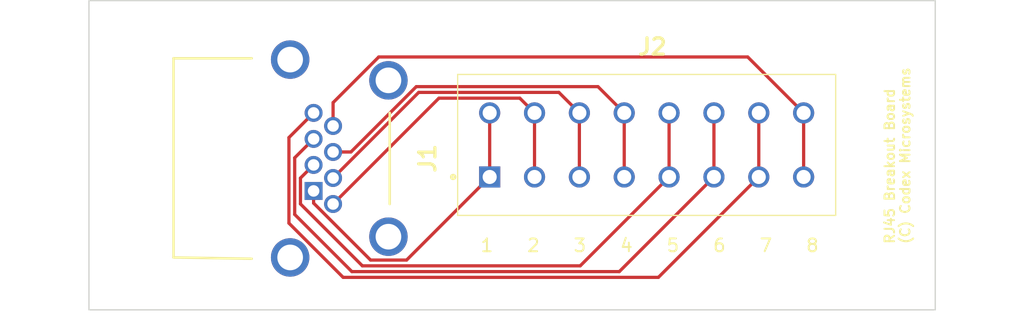
<source format=kicad_pcb>
(kicad_pcb (version 20221018) (generator pcbnew)
  (title_block (title "RJ45 Breakout Board") (date "2023-11-08") (rev "0.1.0") (company "Codex Microsystems"))
  (layers (0 "F.Cu" signal) (31 "B.Cu" signal) (34 "B.Paste" user) (35 "F.Paste" user) (36 "B.SilkS" user "B.Silkscreen") (37 "F.SilkS" user "F.Silkscreen") (38 "B.Mask" user) (39 "F.Mask" user) (44 "Edge.Cuts" user))
  (net 0 "")
  (net 1 "Net-(J2-1.1)")
  (net 2 "Net-(J2-2.1)")
  (net 3 "Net-(J2-3.1)")
  (net 4 "Net-(J2-4.1)")
  (net 9 "Net-(J2-5.1)")
  (net 10 "Net-(J2-6.1)")
  (net 11 "Net-(J2-7.1)")
  (net 12 "Net-(J2-8.1)")
  (footprint "Connector_Phoenix:1091946" (layer "F.Cu") (at 63.25 75.81 -90)
    (fp_text reference "J1" (at -2.54 -8.89 90) (layer "F.SilkS") (effects (font (size 1.27 1.27) (thickness 0.254))))
    (fp_text value "1091946" hide)
    (fp_line (start -10.35 4.83) (end -10.35 10.93) (stroke (width 0.2)) (layer "F.SilkS"))
    (fp_line (start -10.35 10.93) (end 5.19 10.93) (stroke (width 0.2)) (layer "F.SilkS"))
    (fp_line (start -6.09 -5.94) (end 1.02 -5.94) (stroke (width 0.2)) (layer "F.SilkS"))
    (fp_line (start 5.19 10.93) (end 5.29 4.83) (stroke (width 0.2)) (layer "F.SilkS"))
    (pad "" np_thru_hole circle (at -8.5 4.83 270) (size 3.22 3.22) (drill 3.22) (layers "*.Cu" "*.Mask"))
    (pad "" np_thru_hole circle (at 3.44 4.83 270) (size 3.22 3.22) (drill 3.22) (layers "*.Cu" "*.Mask"))
    (pad "1" thru_hole rect (at 0 0 270) (size 1.4 1.4) (drill 0.9) (layers "*.Cu" "*.Mask") (net 1 "Net-(J2-1.1)"))
    (pad "2" thru_hole circle (at 1.02 -1.52 270) (size 1.4 1.4) (drill 0.9) (layers "*.Cu" "*.Mask") (net 2 "Net-(J2-2.1)"))
    (pad "3" thru_hole circle (at -1.01 -1.52 270) (size 1.4 1.4) (drill 0.9) (layers "*.Cu" "*.Mask") (net 3 "Net-(J2-3.1)"))
    (pad "4" thru_hole circle (at -3.04 -1.52 270) (size 1.4 1.4) (drill 0.9) (layers "*.Cu" "*.Mask") (net 4 "Net-(J2-4.1)"))
    (pad "5" thru_hole circle (at -2.03 0 270) (size 1.4 1.4) (drill 0.9) (layers "*.Cu" "*.Mask") (net 9 "Net-(J2-5.1)"))
    (pad "6" thru_hole circle (at -4.06 0 270) (size 1.4 1.4) (drill 0.9) (layers "*.Cu" "*.Mask") (net 10 "Net-(J2-6.1)"))
    (pad "7" thru_hole circle (at -6.09 0 270) (size 1.4 1.4) (drill 0.9) (layers "*.Cu" "*.Mask") (net 11 "Net-(J2-7.1)"))
    (pad "8" thru_hole circle (at -5.07 -1.52 270) (size 1.4 1.4) (drill 0.9) (layers "*.Cu" "*.Mask") (net 12 "Net-(J2-8.1)"))
    (pad "MH1" thru_hole circle (at 5.19 1.83 270) (size 3 3) (drill 2) (layers "*.Cu" "*.Mask"))
    (pad "MH2" thru_hole circle (at -10.25 1.83 270) (size 3 3) (drill 2) (layers "*.Cu" "*.Mask"))
    (pad "MH3" thru_hole circle (at 3.57 -5.84 270) (size 3 3) (drill 2) (layers "*.Cu" "*.Mask"))
    (pad "MH4" thru_hole circle (at -8.63 -5.84 270) (size 3 3) (drill 2) (layers "*.Cu" "*.Mask"))
  )
  (footprint "MountingHole:MountingHole_2.2mm_M2" (layer "F.Cu") (at 109.22 63.5)
    (fp_text reference "REF**" hide)
    (fp_text value "MountingHole_2.2mm_M2")
    (pad "" np_thru_hole circle (at 0 0) (size 2.2 2.2) (drill 2.2) (layers "F&B.Cu" "*.Mask"))
  )
  (footprint "MountingHole:MountingHole_2.2mm_M2" (layer "F.Cu") (at 109.22 82.55)
    (fp_text reference "REF**" hide)
    (fp_text value "MountingHole_2.2mm_M2")
    (pad "" np_thru_hole circle (at 0 0) (size 2.2 2.2) (drill 2.2) (layers "F&B.Cu" "*.Mask"))
  )
  (footprint "MountingHole:MountingHole_2.2mm_M2" (layer "F.Cu") (at 48.26 63.5)
    (fp_text reference "REF**" hide)
    (fp_text value "MountingHole_2.2mm_M2")
    (pad "" np_thru_hole circle (at 0 0) (size 2.2 2.2) (drill 2.2) (layers "F&B.Cu" "*.Mask"))
  )
  (footprint "Connector_Phoenix:1861991" (layer "F.Cu") (at 76.99 74.72)
    (fp_text reference "J2" (at 12.7 -10.16) (layer "F.SilkS") (effects (font (size 1.27 1.27) (thickness 0.254))))
    (fp_text value "1861991" hide)
    (fp_line (start -2.5 -8) (end 27 -8) (stroke (width 0.1)) (layer "F.SilkS"))
    (fp_line (start -2.5 3) (end -2.5 -8) (stroke (width 0.1)) (layer "F.SilkS"))
    (fp_line (start 27 -8) (end 27 3) (stroke (width 0.1)) (layer "F.SilkS"))
    (fp_line (start 27 3) (end -2.5 3) (stroke (width 0.1)) (layer "F.SilkS"))
    (fp_circle (center -2.85 0) (end -2.85 0.05) (stroke (width 0.2)) (fill none) (layer "F.SilkS"))
    (pad "1" thru_hole rect (at 0 0) (size 1.65 1.65) (drill 1.1) (layers "*.Cu" "*.Mask") (net 1 "Net-(J2-1.1)"))
    (pad "2" thru_hole circle (at 0 -5) (size 1.65 1.65) (drill 1.1) (layers "*.Cu" "*.Mask") (net 1 "Net-(J2-1.1)"))
    (pad "3" thru_hole circle (at 3.5 0) (size 1.65 1.65) (drill 1.1) (layers "*.Cu" "*.Mask") (net 2 "Net-(J2-2.1)"))
    (pad "4" thru_hole circle (at 3.5 -5) (size 1.65 1.65) (drill 1.1) (layers "*.Cu" "*.Mask") (net 2 "Net-(J2-2.1)"))
    (pad "5" thru_hole circle (at 7 0) (size 1.65 1.65) (drill 1.1) (layers "*.Cu" "*.Mask") (net 3 "Net-(J2-3.1)"))
    (pad "6" thru_hole circle (at 7 -5) (size 1.65 1.65) (drill 1.1) (layers "*.Cu" "*.Mask") (net 3 "Net-(J2-3.1)"))
    (pad "7" thru_hole circle (at 10.5 0) (size 1.65 1.65) (drill 1.1) (layers "*.Cu" "*.Mask") (net 4 "Net-(J2-4.1)"))
    (pad "8" thru_hole circle (at 10.5 -5) (size 1.65 1.65) (drill 1.1) (layers "*.Cu" "*.Mask") (net 4 "Net-(J2-4.1)"))
    (pad "9" thru_hole circle (at 14 0) (size 1.65 1.65) (drill 1.1) (layers "*.Cu" "*.Mask") (net 9 "Net-(J2-5.1)"))
    (pad "10" thru_hole circle (at 14 -5) (size 1.65 1.65) (drill 1.1) (layers "*.Cu" "*.Mask") (net 9 "Net-(J2-5.1)"))
    (pad "11" thru_hole circle (at 17.5 0) (size 1.65 1.65) (drill 1.1) (layers "*.Cu" "*.Mask") (net 10 "Net-(J2-6.1)"))
    (pad "12" thru_hole circle (at 17.5 -5) (size 1.65 1.65) (drill 1.1) (layers "*.Cu" "*.Mask") (net 10 "Net-(J2-6.1)"))
    (pad "13" thru_hole circle (at 21 0) (size 1.65 1.65) (drill 1.1) (layers "*.Cu" "*.Mask") (net 11 "Net-(J2-7.1)"))
    (pad "14" thru_hole circle (at 21 -5) (size 1.65 1.65) (drill 1.1) (layers "*.Cu" "*.Mask") (net 11 "Net-(J2-7.1)"))
    (pad "15" thru_hole circle (at 24.5 0) (size 1.65 1.65) (drill 1.1) (layers "*.Cu" "*.Mask") (net 12 "Net-(J2-8.1)"))
    (pad "16" thru_hole circle (at 24.5 -5) (size 1.65 1.65) (drill 1.1) (layers "*.Cu" "*.Mask") (net 12 "Net-(J2-8.1)"))
  )
  (footprint "MountingHole:MountingHole_2.2mm_M2" (layer "F.Cu") (at 48.26 82.55)
    (fp_text reference "REF**" hide)
    (fp_text value "MountingHole_2.2mm_M2")
    (pad "" np_thru_hole circle (at 0 0) (size 2.2 2.2) (drill 2.2) (layers "F&B.Cu" "*.Mask"))
  )
  (gr_rect (start 45.72 60.96) (end 111.76 85.09) (stroke (width 0.1)) (fill none) (layer "Edge.Cuts"))
  (gr_text "3" (at 83.457142 80.645) (layer "F.SilkS") (effects (font (size 1 1)) (justify left bottom)))
  (gr_text "7" (at 97.971426 80.645) (layer "F.SilkS") (effects (font (size 1 1)) (justify left bottom)))
  (gr_text "RJ45 Breakout Board\n(C) Codex Microsystems" (at 109.855 80.01 90) (layer "F.SilkS") (effects (font (size 0.75 0.75)) (justify left bottom)))
  (gr_text "8" (at 101.6 80.645) (layer "F.SilkS") (effects (font (size 1 1)) (justify left bottom)))
  (gr_text "4" (at 87.085713 80.645) (layer "F.SilkS") (effects (font (size 1 1)) (justify left bottom)))
  (gr_text "6" (at 94.342855 80.645) (layer "F.SilkS") (effects (font (size 1 1)) (justify left bottom)))
  (gr_text "5" (at 90.714284 80.645) (layer "F.SilkS") (effects (font (size 1 1)) (justify left bottom)))
  (gr_text "2" (at 79.828571 80.645) (layer "F.SilkS") (effects (font (size 1 1)) (justify left bottom)))
  (gr_text "1" (at 76.2 80.645) (layer "F.SilkS") (effects (font (size 1 1)) (justify left bottom)))
  (segment (start 63.25 76.76) (end 67.695 81.205) (width 0.25) (layer "F.Cu") (net 1))
  (segment (start 67.695 81.205) (end 70.505 81.205) (width 0.25) (layer "F.Cu") (net 1))
  (segment (start 63.25 75.81) (end 63.25 76.76) (width 0.25) (layer "F.Cu") (net 1))
  (segment (start 70.505 81.205) (end 76.99 74.72) (width 0.25) (layer "F.Cu") (net 1))
  (segment (start 76.99 74.72) (end 76.99 69.72) (width 0.25) (layer "F.Cu") (net 1))
  (segment (start 73.03 68.57) (end 79.34 68.57) (width 0.25) (layer "F.Cu") (net 2))
  (segment (start 80.49 69.72) (end 80.49 74.72) (width 0.25) (layer "F.Cu") (net 2))
  (segment (start 79.34 68.57) (end 80.49 69.72) (width 0.25) (layer "F.Cu") (net 2))
  (segment (start 64.77 76.83) (end 73.03 68.57) (width 0.25) (layer "F.Cu") (net 2))
  (segment (start 71.45 68.12) (end 82.39 68.12) (width 0.25) (layer "F.Cu") (net 3))
  (segment (start 64.77 74.8) (end 71.45 68.12) (width 0.25) (layer "F.Cu") (net 3))
  (segment (start 83.99 74.72) (end 83.99 69.72) (width 0.25) (layer "F.Cu") (net 3))
  (segment (start 82.39 68.12) (end 83.99 69.72) (width 0.25) (layer "F.Cu") (net 3))
  (segment (start 66.163604 72.77) (end 71.263604 67.67) (width 0.25) (layer "F.Cu") (net 4))
  (segment (start 85.44 67.67) (end 87.49 69.72) (width 0.25) (layer "F.Cu") (net 4))
  (segment (start 87.49 69.72) (end 87.49 74.72) (width 0.25) (layer "F.Cu") (net 4))
  (segment (start 64.77 72.77) (end 66.163604 72.77) (width 0.25) (layer "F.Cu") (net 4))
  (segment (start 71.263604 67.67) (end 85.44 67.67) (width 0.25) (layer "F.Cu") (net 4))
  (segment (start 62.225 76.825) (end 67.055 81.655) (width 0.25) (layer "F.Cu") (net 9))
  (segment (start 67.055 81.655) (end 84.055 81.655) (width 0.25) (layer "F.Cu") (net 9))
  (segment (start 90.99 74.72) (end 90.99 69.72) (width 0.25) (layer "F.Cu") (net 9))
  (segment (start 84.055 81.655) (end 90.99 74.72) (width 0.25) (layer "F.Cu") (net 9))
  (segment (start 62.225 74.805) (end 62.225 76.825) (width 0.25) (layer "F.Cu") (net 9))
  (segment (start 63.25 73.78) (end 62.225 74.805) (width 0.25) (layer "F.Cu") (net 9))
  (segment (start 61.775 77.645) (end 66.235 82.105) (width 0.25) (layer "F.Cu") (net 10))
  (segment (start 94.49 69.72) (end 94.49 74.72) (width 0.25) (layer "F.Cu") (net 10))
  (segment (start 63.25 71.75) (end 61.775 73.225) (width 0.25) (layer "F.Cu") (net 10))
  (segment (start 66.235 82.105) (end 87.105 82.105) (width 0.25) (layer "F.Cu") (net 10))
  (segment (start 61.775 73.225) (end 61.775 77.645) (width 0.25) (layer "F.Cu") (net 10))
  (segment (start 87.105 82.105) (end 94.49 74.72) (width 0.25) (layer "F.Cu") (net 10))
  (segment (start 61.325 78.32406) (end 65.55594 82.555) (width 0.25) (layer "F.Cu") (net 11))
  (segment (start 63.25 69.72) (end 61.325 71.645) (width 0.25) (layer "F.Cu") (net 11))
  (segment (start 61.325 71.645) (end 61.325 78.32406) (width 0.25) (layer "F.Cu") (net 11))
  (segment (start 90.155 82.555) (end 97.99 74.72) (width 0.25) (layer "F.Cu") (net 11))
  (segment (start 97.99 74.72) (end 97.99 69.72) (width 0.25) (layer "F.Cu") (net 11))
  (segment (start 65.55594 82.555) (end 90.155 82.555) (width 0.25) (layer "F.Cu") (net 11))
  (segment (start 101.49 69.72) (end 101.49 74.72) (width 0.25) (layer "F.Cu") (net 12))
  (segment (start 64.77 68.91906) (end 68.33406 65.355) (width 0.25) (layer "F.Cu") (net 12))
  (segment (start 64.77 70.74) (end 64.77 68.91906) (width 0.25) (layer "F.Cu") (net 12))
  (segment (start 68.33406 65.355) (end 97.125 65.355) (width 0.25) (layer "F.Cu") (net 12))
  (segment (start 97.125 65.355) (end 101.49 69.72) (width 0.25) (layer "F.Cu") (net 12))
)
</source>
